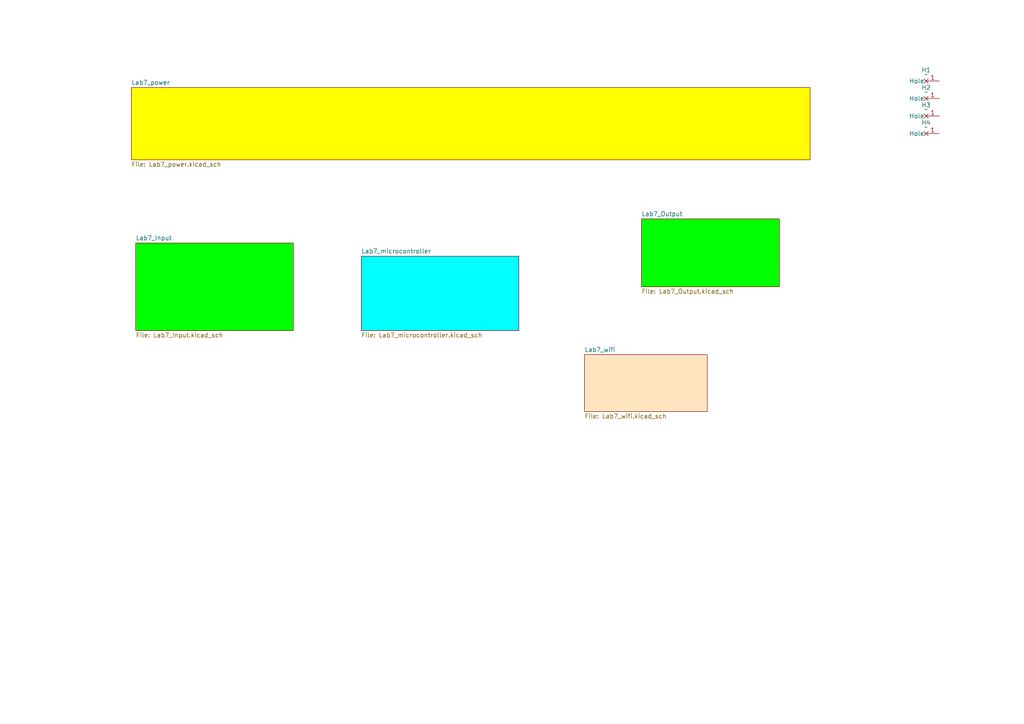
<source format=kicad_sch>
(kicad_sch (version 20250114) (generator "eeschema") (generator_version "9.0")
  (paper "A4")
  (title_block (title "ECE 445L Lab7") (date "2025-01-13") (rev "v1.0.0") (company "The University of Texas at Austin"))
  (lib_symbols
    (symbol "ECE445L:MountingHole"
      (property "Reference" "H" (at 0 0 0))
      (symbol "MountingHole_1_1"
        (pin free non_logic (at 0 0 180) (length 3.81) (name "Hole") (number "1"))
      )
    )
  )
  (symbol (lib_id "ECE445L:MountingHole") (at 272.415 38.735 0) (unit 1)
    (property "Reference" "H4" (at 268.605 35.56 0))
    (property "Value" "~" (at 268.605 36.83 0))
    (property "Footprint" "ECE445L:MountingHole_4_40" (effects (hide yes)))
    (property "Description" "Drill hole for 4-40 screw" (effects (hide yes)))
  )
  (symbol (lib_id "ECE445L:MountingHole") (at 272.415 23.495 0) (unit 1)
    (property "Reference" "H1" (at 268.605 20.32 0))
    (property "Value" "~" (at 268.605 21.59 0))
    (property "Footprint" "ECE445L:MountingHole_4_40" (effects (hide yes)))
    (property "Description" "Drill hole for 4-40 screw" (effects (hide yes)))
  )
  (symbol (lib_id "ECE445L:MountingHole") (at 272.415 28.575 0) (unit 1)
    (property "Reference" "H2" (at 268.605 25.4 0))
    (property "Value" "~" (at 268.605 26.67 0))
    (property "Footprint" "ECE445L:MountingHole_4_40" (effects (hide yes)))
    (property "Description" "Drill hole for 4-40 screw" (effects (hide yes)))
  )
  (symbol (lib_id "ECE445L:MountingHole") (at 272.415 33.655 0) (unit 1)
    (property "Reference" "H3" (at 268.605 30.48 0))
    (property "Value" "~" (at 268.605 31.75 0))
    (property "Footprint" "ECE445L:MountingHole_4_40" (effects (hide yes)))
    (property "Description" "Drill hole for 4-40 screw" (effects (hide yes)))
  )
  (sheet (at 38.1 25.4) (size 196.85 20.955) (stroke (width 0.1524)) (fill (color 255 255 0 1.0000))
    (property "Sheetname" "Lab7_power" (at 38.1 24.6884 0) (effects (justify left bottom)))
    (property "Sheetfile" "Lab7_power.kicad_sch" (at 38.1 46.9396 0) (effects (justify left top)))
  )
  (sheet (at 169.545 102.87) (size 35.56 16.51) (stroke (width 0.1524)) (fill (color 255 229 191 1.0000))
    (property "Sheetname" "Lab7_wifi" (at 169.545 102.1584 0) (effects (justify left bottom)))
    (property "Sheetfile" "Lab7_wifi.kicad_sch" (at 169.545 119.9646 0) (effects (justify left top)))
  )
  (sheet (at 186.055 63.5) (size 40.005 19.685) (stroke (width 0.1524)) (fill (color 0 255 0 1.0000))
    (property "Sheetname" "Lab7_Output" (at 186.055 62.7884 0) (effects (justify left bottom)))
    (property "Sheetfile" "Lab7_Output.kicad_sch" (at 186.055 83.7696 0) (effects (justify left top)))
  )
  (sheet (at 104.775 74.295) (size 45.72 21.59) (stroke (width 0.1524)) (fill (color 0 255 255 1.0000))
    (property "Sheetname" "Lab7_microcontroller" (at 104.775 73.5834 0) (effects (justify left bottom)))
    (property "Sheetfile" "Lab7_microcontroller.kicad_sch" (at 104.775 96.4696 0) (effects (justify left top)))
  )
  (sheet (at 39.37 70.485) (size 45.72 25.4) (stroke (width 0.1524)) (fill (color 0 255 0 1.0000))
    (property "Sheetname" "Lab7_Input" (at 39.37 69.7734 0) (effects (justify left bottom)))
    (property "Sheetfile" "Lab7_Input.kicad_sch" (at 39.37 96.4696 0) (effects (justify left top)))
  )
)
</source>
